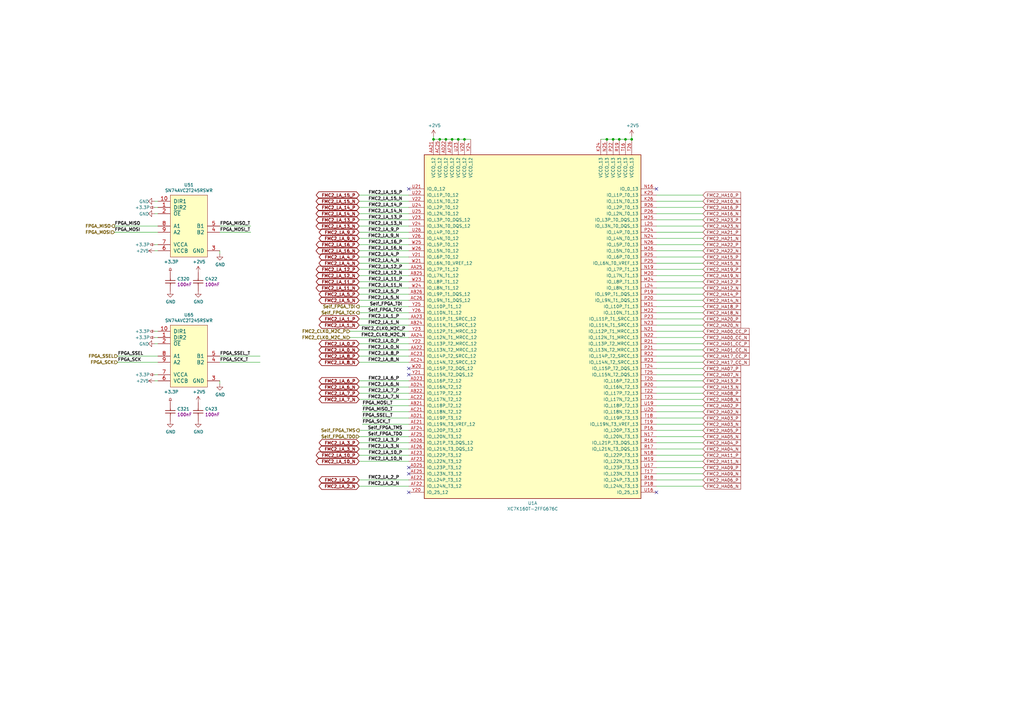
<source format=kicad_sch>
(kicad_sch (version 20211123) (generator eeschema)
  (paper "A3")
  (title_block (title "Marble") (date "2022-08-24") (rev "v1.3") (company "Michał Gąska / WUT"))
  (junction (at 190.5 57.15))
  (junction (at 180.34 57.15))
  (junction (at 259.08 57.15))
  (junction (at 248.92 57.15))
  (junction (at 256.54 57.15))
  (junction (at 185.42 57.15))
  (junction (at 251.46 57.15))
  (junction (at 182.88 57.15))
  (junction (at 254 57.15))
  (junction (at 187.96 57.15))
  (junction (at 177.8 57.15))
  (no_connect (at 269.24 77.47))
  (no_connect (at 167.64 151.13))
  (no_connect (at 167.64 191.77))
  (no_connect (at 167.64 201.93))
  (no_connect (at 269.24 201.93))
  (no_connect (at 167.64 153.67))
  (no_connect (at 167.64 194.31))
  (no_connect (at 167.64 77.47))
  (wire (pts (xy 288.29 125.73) (xy 269.24 125.73)))
  (wire (pts (xy 288.29 146.05) (xy 269.24 146.05)))
  (wire (pts (xy 148.59 171.45) (xy 167.64 171.45)))
  (wire (pts (xy 288.29 191.77) (xy 269.24 191.77)))
  (wire (pts (xy 102.87 92.71) (xy 90.17 92.71)))
  (wire (pts (xy 288.29 90.17) (xy 269.24 90.17)))
  (wire (pts (xy 288.29 97.79) (xy 269.24 97.79)))
  (wire (pts (xy 147.32 102.87) (xy 167.64 102.87)))
  (wire (pts (xy 147.32 184.15) (xy 167.64 184.15)))
  (wire (pts (xy 63.5 85.09) (xy 64.77 85.09)))
  (wire (pts (xy 147.32 148.59) (xy 167.64 148.59)))
  (wire (pts (xy 288.29 113.03) (xy 269.24 113.03)))
  (wire (pts (xy 147.32 128.27) (xy 167.64 128.27)))
  (wire (pts (xy 63.5 102.87) (xy 64.77 102.87)))
  (wire (pts (xy 147.32 110.49) (xy 167.64 110.49)))
  (wire (pts (xy 193.04 57.15) (xy 190.5 57.15)))
  (wire (pts (xy 288.29 186.69) (xy 269.24 186.69)))
  (wire (pts (xy 147.32 179.07) (xy 167.64 179.07)))
  (wire (pts (xy 288.29 107.95) (xy 269.24 107.95)))
  (wire (pts (xy 147.32 120.65) (xy 167.64 120.65)))
  (wire (pts (xy 182.88 57.15) (xy 180.34 57.15)))
  (wire (pts (xy 185.42 57.15) (xy 182.88 57.15)))
  (wire (pts (xy 288.29 179.07) (xy 269.24 179.07)))
  (wire (pts (xy 180.34 57.15) (xy 177.8 57.15)))
  (wire (pts (xy 147.32 156.21) (xy 167.64 156.21)))
  (wire (pts (xy 259.08 57.15) (xy 259.08 55.88)))
  (wire (pts (xy 288.29 196.85) (xy 269.24 196.85)))
  (wire (pts (xy 147.32 80.01) (xy 167.64 80.01)))
  (wire (pts (xy 288.29 199.39) (xy 269.24 199.39)))
  (wire (pts (xy 147.32 125.73) (xy 167.64 125.73)))
  (wire (pts (xy 147.32 107.95) (xy 167.64 107.95)))
  (wire (pts (xy 288.29 143.51) (xy 269.24 143.51)))
  (wire (pts (xy 63.5 156.21) (xy 64.77 156.21)))
  (wire (pts (xy 256.54 57.15) (xy 259.08 57.15)))
  (wire (pts (xy 147.32 87.63) (xy 167.64 87.63)))
  (wire (pts (xy 288.29 158.75) (xy 269.24 158.75)))
  (wire (pts (xy 147.32 181.61) (xy 167.64 181.61)))
  (wire (pts (xy 63.5 100.33) (xy 64.77 100.33)))
  (wire (pts (xy 288.29 80.01) (xy 269.24 80.01)))
  (wire (pts (xy 251.46 57.15) (xy 254 57.15)))
  (wire (pts (xy 190.5 57.15) (xy 187.96 57.15)))
  (wire (pts (xy 288.29 173.99) (xy 269.24 173.99)))
  (wire (pts (xy 288.29 148.59) (xy 269.24 148.59)))
  (wire (pts (xy 147.32 143.51) (xy 167.64 143.51)))
  (wire (pts (xy 288.29 184.15) (xy 269.24 184.15)))
  (wire (pts (xy 288.29 171.45) (xy 269.24 171.45)))
  (wire (pts (xy 288.29 168.91) (xy 269.24 168.91)))
  (wire (pts (xy 177.8 57.15) (xy 177.8 55.88)))
  (wire (pts (xy 167.64 138.43) (xy 143.51 138.43)))
  (wire (pts (xy 288.29 85.09) (xy 269.24 85.09)))
  (wire (pts (xy 288.29 194.31) (xy 269.24 194.31)))
  (wire (pts (xy 48.26 146.05) (xy 64.77 146.05)))
  (wire (pts (xy 288.29 153.67) (xy 269.24 153.67)))
  (wire (pts (xy 246.38 57.15) (xy 248.92 57.15)))
  (wire (pts (xy 288.29 105.41) (xy 269.24 105.41)))
  (wire (pts (xy 64.77 82.55) (xy 63.5 82.55)))
  (wire (pts (xy 147.32 100.33) (xy 167.64 100.33)))
  (wire (pts (xy 288.29 189.23) (xy 269.24 189.23)))
  (wire (pts (xy 288.29 176.53) (xy 269.24 176.53)))
  (wire (pts (xy 147.32 130.81) (xy 167.64 130.81)))
  (wire (pts (xy 147.32 118.11) (xy 167.64 118.11)))
  (wire (pts (xy 288.29 82.55) (xy 269.24 82.55)))
  (wire (pts (xy 148.59 168.91) (xy 167.64 168.91)))
  (wire (pts (xy 148.59 173.99) (xy 167.64 173.99)))
  (wire (pts (xy 46.99 92.71) (xy 64.77 92.71)))
  (wire (pts (xy 147.32 85.09) (xy 167.64 85.09)))
  (wire (pts (xy 90.17 102.87) (xy 90.17 104.14)))
  (wire (pts (xy 288.29 115.57) (xy 269.24 115.57)))
  (wire (pts (xy 288.29 102.87) (xy 269.24 102.87)))
  (wire (pts (xy 288.29 95.25) (xy 269.24 95.25)))
  (wire (pts (xy 288.29 133.35) (xy 269.24 133.35)))
  (wire (pts (xy 147.32 146.05) (xy 167.64 146.05)))
  (wire (pts (xy 147.32 196.85) (xy 167.64 196.85)))
  (wire (pts (xy 90.17 148.59) (xy 106.68 148.59)))
  (wire (pts (xy 147.32 189.23) (xy 167.64 189.23)))
  (wire (pts (xy 147.32 140.97) (xy 167.64 140.97)))
  (wire (pts (xy 90.17 146.05) (xy 106.68 146.05)))
  (wire (pts (xy 147.32 115.57) (xy 167.64 115.57)))
  (wire (pts (xy 148.59 166.37) (xy 167.64 166.37)))
  (wire (pts (xy 147.32 92.71) (xy 167.64 92.71)))
  (wire (pts (xy 288.29 92.71) (xy 269.24 92.71)))
  (wire (pts (xy 147.32 199.39) (xy 167.64 199.39)))
  (wire (pts (xy 63.5 140.97) (xy 64.77 140.97)))
  (wire (pts (xy 288.29 138.43) (xy 269.24 138.43)))
  (wire (pts (xy 48.26 148.59) (xy 64.77 148.59)))
  (wire (pts (xy 288.29 151.13) (xy 269.24 151.13)))
  (wire (pts (xy 147.32 113.03) (xy 167.64 113.03)))
  (wire (pts (xy 147.32 133.35) (xy 167.64 133.35)))
  (wire (pts (xy 248.92 57.15) (xy 251.46 57.15)))
  (wire (pts (xy 288.29 161.29) (xy 269.24 161.29)))
  (wire (pts (xy 288.29 128.27) (xy 269.24 128.27)))
  (wire (pts (xy 147.32 186.69) (xy 167.64 186.69)))
  (wire (pts (xy 288.29 100.33) (xy 269.24 100.33)))
  (wire (pts (xy 288.29 123.19) (xy 269.24 123.19)))
  (wire (pts (xy 63.5 138.43) (xy 64.77 138.43)))
  (wire (pts (xy 147.32 163.83) (xy 167.64 163.83)))
  (wire (pts (xy 147.32 176.53) (xy 167.64 176.53)))
  (wire (pts (xy 147.32 161.29) (xy 167.64 161.29)))
  (wire (pts (xy 288.29 130.81) (xy 269.24 130.81)))
  (wire (pts (xy 63.5 153.67) (xy 64.77 153.67)))
  (wire (pts (xy 254 57.15) (xy 256.54 57.15)))
  (wire (pts (xy 288.29 120.65) (xy 269.24 120.65)))
  (wire (pts (xy 187.96 57.15) (xy 185.42 57.15)))
  (wire (pts (xy 147.32 90.17) (xy 167.64 90.17)))
  (wire (pts (xy 147.32 123.19) (xy 167.64 123.19)))
  (wire (pts (xy 90.17 156.21) (xy 90.17 157.48)))
  (wire (pts (xy 147.32 95.25) (xy 167.64 95.25)))
  (wire (pts (xy 288.29 163.83) (xy 269.24 163.83)))
  (wire (pts (xy 288.29 118.11) (xy 269.24 118.11)))
  (wire (pts (xy 46.99 95.25) (xy 64.77 95.25)))
  (wire (pts (xy 63.5 87.63) (xy 64.77 87.63)))
  (wire (pts (xy 288.29 140.97) (xy 269.24 140.97)))
  (wire (pts (xy 64.77 135.89) (xy 63.5 135.89)))
  (wire (pts (xy 288.29 87.63) (xy 269.24 87.63)))
  (wire (pts (xy 167.64 135.89) (xy 143.51 135.89)))
  (wire (pts (xy 147.32 158.75) (xy 167.64 158.75)))
  (wire (pts (xy 147.32 97.79) (xy 167.64 97.79)))
  (wire (pts (xy 102.87 95.25) (xy 90.17 95.25)))
  (wire (pts (xy 147.32 105.41) (xy 167.64 105.41)))
  (wire (pts (xy 288.29 181.61) (xy 269.24 181.61)))
  (wire (pts (xy 288.29 110.49) (xy 269.24 110.49)))
  (wire (pts (xy 288.29 135.89) (xy 269.24 135.89)))
  (wire (pts (xy 147.32 82.55) (xy 167.64 82.55)))
  (wire (pts (xy 288.29 166.37) (xy 269.24 166.37)))
  (wire (pts (xy 288.29 156.21) (xy 269.24 156.21)))
  (label "Self_FPGA_TMS" (at 165.1 176.53 180) (effects (font (thickness 0.254) bold)))
  (label "FMC2_LA_4_N" (at 163.83 107.95 180) (effects (font (thickness 0.254) bold)))
  (label "FMC2_LA_6_P" (at 163.83 156.21 180) (effects (font (thickness 0.254) bold)))
  (label "FMC2_LA_12_P" (at 165.1 110.49 180) (effects (font (thickness 0.254) bold)))
  (label "FMC2_LA_2_P" (at 163.83 196.85 180) (effects (font (thickness 0.254) bold)))
  (label "FPGA_MOSI_T" (at 148.59 166.37 0) (effects (font (thickness 0.254) bold)))
  (label "FMC2_LA_7_P" (at 163.83 161.29 180) (effects (font (thickness 0.254) bold)))
  (label "FMC2_LA_9_N" (at 163.83 97.79 180) (effects (font (thickness 0.254) bold)))
  (label "FMC2_LA_9_P" (at 163.83 95.25 180) (effects (font (thickness 0.254) bold)))
  (label "FMC2_LA_0_P" (at 163.83 140.97 180) (effects (font (thickness 0.254) bold)))
  (label "FMC2_LA_1_P" (at 163.83 130.81 180) (effects (font (thickness 0.254) bold)))
  (label "FMC2_LA_13_P" (at 165.1 90.17 180) (effects (font (thickness 0.254) bold)))
  (label "FPGA_SCK" (at 48.26 148.59 0) (effects (font (thickness 0.254) bold)))
  (label "FMC2_LA_8_P" (at 163.83 146.05 180) (effects (font (thickness 0.254) bold)))
  (label "FPGA_MOSI_T" (at 90.17 95.25 0) (effects (font (thickness 0.254) bold)))
  (label "FMC2_LA_5_N" (at 163.83 123.19 180) (effects (font (thickness 0.254) bold)))
  (label "FMC2_CLK0_M2C_P" (at 166.37 135.89 180) (effects (font (thickness 0.254) bold)))
  (label "FPGA_MISO_T" (at 148.59 168.91 0) (effects (font (thickness 0.254) bold)))
  (label "FMC2_LA_14_P" (at 165.1 85.09 180) (effects (font (thickness 0.254) bold)))
  (label "FMC2_LA_10_N" (at 165.1 189.23 180) (effects (font (thickness 0.254) bold)))
  (label "FMC2_LA_7_N" (at 163.83 163.83 180) (effects (font (thickness 0.254) bold)))
  (label "FMC2_LA_8_N" (at 163.83 148.59 180) (effects (font (thickness 0.254) bold)))
  (label "FPGA_SCK_T" (at 90.17 148.59 0) (effects (font (thickness 0.254) bold)))
  (label "FMC2_LA_3_P" (at 163.83 181.61 180) (effects (font (thickness 0.254) bold)))
  (label "Self_FPGA_TCK" (at 165.1 128.27 180) (effects (font (thickness 0.254) bold)))
  (label "FMC2_LA_4_P" (at 163.83 105.41 180) (effects (font (thickness 0.254) bold)))
  (label "FPGA_MOSI" (at 46.99 95.25 0) (effects (font (thickness 0.254) bold)))
  (label "FMC2_LA_15_P" (at 165.1 80.01 180) (effects (font (thickness 0.254) bold)))
  (label "Self_FPGA_TDO" (at 165.1 179.07 180) (effects (font (thickness 0.254) bold)))
  (label "FMC2_LA_1_N" (at 163.83 133.35 180) (effects (font (thickness 0.254) bold)))
  (label "FPGA_MISO" (at 46.99 92.71 0) (effects (font (thickness 0.254) bold)))
  (label "FMC2_LA_2_N" (at 163.83 199.39 180) (effects (font (thickness 0.254) bold)))
  (label "FPGA_SSEL_T" (at 90.17 146.05 0) (effects (font (thickness 0.254) bold)))
  (label "FMC2_LA_10_P" (at 165.1 186.69 180) (effects (font (thickness 0.254) bold)))
  (label "FMC2_CLK0_M2C_N" (at 166.37 138.43 180) (effects (font (thickness 0.254) bold)))
  (label "FMC2_LA_3_N" (at 163.83 184.15 180) (effects (font (thickness 0.254) bold)))
  (label "FMC2_LA_11_P" (at 165.1 115.57 180) (effects (font (thickness 0.254) bold)))
  (label "FMC2_LA_15_N" (at 165.1 82.55 180) (effects (font (thickness 0.254) bold)))
  (label "FMC2_LA_5_P" (at 163.83 120.65 180) (effects (font (thickness 0.254) bold)))
  (label "FMC2_LA_16_N" (at 165.1 102.87 180) (effects (font (thickness 0.254) bold)))
  (label "FMC2_LA_6_N" (at 163.83 158.75 180) (effects (font (thickness 0.254) bold)))
  (label "FMC2_LA_14_N" (at 165.1 87.63 180) (effects (font (thickness 0.254) bold)))
  (label "Self_FPGA_TDI" (at 165.1 125.73 180) (effects (font (thickness 0.254) bold)))
  (label "FMC2_LA_16_P" (at 165.1 100.33 180) (effects (font (thickness 0.254) bold)))
  (label "FMC2_LA_12_N" (at 165.1 113.03 180) (effects (font (thickness 0.254) bold)))
  (label "FMC2_LA_13_N" (at 165.1 92.71 180) (effects (font (thickness 0.254) bold)))
  (label "FPGA_SSEL_T" (at 148.59 171.45 0) (effects (font (thickness 0.254) bold)))
  (label "FPGA_SCK_T" (at 148.59 173.99 0) (effects (font (thickness 0.254) bold)))
  (label "FPGA_SSEL" (at 48.26 146.05 0) (effects (font (thickness 0.254) bold)))
  (label "FMC2_LA_0_N" (at 163.83 143.51 180) (effects (font (thickness 0.254) bold)))
  (label "FPGA_MISO_T" (at 90.17 92.71 0) (effects (font (thickness 0.254) bold)))
  (label "FMC2_LA_11_N" (at 165.1 118.11 180) (effects (font (thickness 0.254) bold)))
  (global_label "FMC2_LA_5_P" (shape bidirectional) (at 147.32 120.65 180) (effects (font (thickness 0.254) bold)) (property "Intersheet References" "${INTERSHEET_REFS}" (effects hide)))
  (global_label "FMC2_LA_1_P" (shape bidirectional) (at 147.32 130.81 180) (effects (font (thickness 0.254) bold)) (property "Intersheet References" "${INTERSHEET_REFS}" (effects hide)))
  (global_label "FMC2_HA14_P" (shape input) (at 288.29 120.65 0) (property "Intersheet References" "${INTERSHEET_REFS}" (effects hide)))
  (global_label "FMC2_LA_7_N" (shape bidirectional) (at 147.32 163.83 180) (effects (font (thickness 0.254) bold)) (property "Intersheet References" "${INTERSHEET_REFS}" (effects hide)))
  (global_label "FMC2_LA_15_P" (shape bidirectional) (at 147.32 80.01 180) (effects (font (thickness 0.254) bold)) (property "Intersheet References" "${INTERSHEET_REFS}" (effects hide)))
  (global_label "FMC2_HA07_P" (shape input) (at 288.29 151.13 0) (property "Intersheet References" "${INTERSHEET_REFS}" (effects hide)))
  (global_label "FMC2_HA16_N" (shape input) (at 288.29 87.63 0) (property "Intersheet References" "${INTERSHEET_REFS}" (effects hide)))
  (global_label "FMC2_HA00_CC_P" (shape input) (at 288.29 135.89 0) (property "Intersheet References" "${INTERSHEET_REFS}" (effects hide)))
  (global_label "FMC2_HA10_P" (shape input) (at 288.29 80.01 0) (property "Intersheet References" "${INTERSHEET_REFS}" (effects hide)))
  (global_label "FMC2_LA_13_P" (shape bidirectional) (at 147.32 90.17 180) (effects (font (thickness 0.254) bold)) (property "Intersheet References" "${INTERSHEET_REFS}" (effects hide)))
  (global_label "FMC2_HA11_N" (shape input) (at 288.29 189.23 0) (property "Intersheet References" "${INTERSHEET_REFS}" (effects hide)))
  (global_label "FMC2_HA23_P" (shape input) (at 288.29 90.17 0) (property "Intersheet References" "${INTERSHEET_REFS}" (effects hide)))
  (global_label "FMC2_LA_6_N" (shape bidirectional) (at 147.32 158.75 180) (effects (font (thickness 0.254) bold)) (property "Intersheet References" "${INTERSHEET_REFS}" (effects hide)))
  (global_label "FMC2_LA_16_N" (shape bidirectional) (at 147.32 102.87 180) (effects (font (thickness 0.254) bold)) (property "Intersheet References" "${INTERSHEET_REFS}" (effects hide)))
  (global_label "FMC2_LA_16_P" (shape bidirectional) (at 147.32 100.33 180) (effects (font (thickness 0.254) bold)) (property "Intersheet References" "${INTERSHEET_REFS}" (effects hide)))
  (global_label "FMC2_HA01_CC_P" (shape input) (at 288.29 140.97 0) (property "Intersheet References" "${INTERSHEET_REFS}" (effects hide)))
  (global_label "FMC2_HA19_P" (shape input) (at 288.29 110.49 0) (property "Intersheet References" "${INTERSHEET_REFS}" (effects hide)))
  (global_label "FMC2_HA13_P" (shape input) (at 288.29 156.21 0) (property "Intersheet References" "${INTERSHEET_REFS}" (effects hide)))
  (global_label "FMC2_HA11_P" (shape input) (at 288.29 186.69 0) (property "Intersheet References" "${INTERSHEET_REFS}" (effects hide)))
  (global_label "FMC2_LA_5_N" (shape bidirectional) (at 147.32 123.19 180) (effects (font (thickness 0.254) bold)) (property "Intersheet References" "${INTERSHEET_REFS}" (effects hide)))
  (global_label "FMC2_HA14_N" (shape input) (at 288.29 123.19 0) (property "Intersheet References" "${INTERSHEET_REFS}" (effects hide)))
  (global_label "FMC2_LA_12_N" (shape bidirectional) (at 147.32 113.03 180) (effects (font (thickness 0.254) bold)) (property "Intersheet References" "${INTERSHEET_REFS}" (effects hide)))
  (global_label "FMC2_HA18_P" (shape input) (at 288.29 125.73 0) (property "Intersheet References" "${INTERSHEET_REFS}" (effects hide)))
  (global_label "FMC2_HA00_CC_N" (shape input) (at 288.29 138.43 0) (property "Intersheet References" "${INTERSHEET_REFS}" (effects hide)))
  (global_label "FMC2_HA20_N" (shape input) (at 288.29 133.35 0) (property "Intersheet References" "${INTERSHEET_REFS}" (effects hide)))
  (global_label "FMC2_LA_7_P" (shape bidirectional) (at 147.32 161.29 180) (effects (font (thickness 0.254) bold)) (property "Intersheet References" "${INTERSHEET_REFS}" (effects hide)))
  (global_label "FMC2_HA18_N" (shape input) (at 288.29 128.27 0) (property "Intersheet References" "${INTERSHEET_REFS}" (effects hide)))
  (global_label "FMC2_LA_2_N" (shape bidirectional) (at 147.32 199.39 180) (effects (font (thickness 0.254) bold)) (property "Intersheet References" "${INTERSHEET_REFS}" (effects hide)))
  (global_label "FMC2_LA_4_N" (shape bidirectional) (at 147.32 107.95 180) (effects (font (thickness 0.254) bold)) (property "Intersheet References" "${INTERSHEET_REFS}" (effects hide)))
  (global_label "FMC2_LA_0_P" (shape bidirectional) (at 147.32 140.97 180) (effects (font (thickness 0.254) bold)) (property "Intersheet References" "${INTERSHEET_REFS}" (effects hide)))
  (global_label "FMC2_LA_10_N" (shape bidirectional) (at 147.32 189.23 180) (effects (font (thickness 0.254) bold)) (property "Intersheet References" "${INTERSHEET_REFS}" (effects hide)))
  (global_label "FMC2_HA10_N" (shape input) (at 288.29 82.55 0) (property "Intersheet References" "${INTERSHEET_REFS}" (effects hide)))
  (global_label "FMC2_HA20_P" (shape input) (at 288.29 130.81 0) (property "Intersheet References" "${INTERSHEET_REFS}" (effects hide)))
  (global_label "FMC2_LA_15_N" (shape bidirectional) (at 147.32 82.55 180) (effects (font (thickness 0.254) bold)) (property "Intersheet References" "${INTERSHEET_REFS}" (effects hide)))
  (global_label "FMC2_HA15_N" (shape input) (at 288.29 107.95 0) (property "Intersheet References" "${INTERSHEET_REFS}" (effects hide)))
  (global_label "FMC2_LA_8_P" (shape bidirectional) (at 147.32 146.05 180) (effects (font (thickness 0.254) bold)) (property "Intersheet References" "${INTERSHEET_REFS}" (effects hide)))
  (global_label "FMC2_LA_2_P" (shape bidirectional) (at 147.32 196.85 180) (effects (font (thickness 0.254) bold)) (property "Intersheet References" "${INTERSHEET_REFS}" (effects hide)))
  (global_label "FMC2_HA17_CC_N" (shape input) (at 288.29 148.59 0) (property "Intersheet References" "${INTERSHEET_REFS}" (effects hide)))
  (global_label "FMC2_HA07_N" (shape input) (at 288.29 153.67 0) (property "Intersheet References" "${INTERSHEET_REFS}" (effects hide)))
  (global_label "FMC2_LA_3_P" (shape bidirectional) (at 147.32 181.61 180) (effects (font (thickness 0.254) bold)) (property "Intersheet References" "${INTERSHEET_REFS}" (effects hide)))
  (global_label "FMC2_HA15_P" (shape input) (at 288.29 105.41 0) (property "Intersheet References" "${INTERSHEET_REFS}" (effects hide)))
  (global_label "FMC2_HA02_N" (shape input) (at 288.29 168.91 0) (property "Intersheet References" "${INTERSHEET_REFS}" (effects hide)))
  (global_label "FMC2_HA21_N" (shape input) (at 288.29 97.79 0) (property "Intersheet References" "${INTERSHEET_REFS}" (effects hide)))
  (global_label "FMC2_HA09_P" (shape input) (at 288.29 191.77 0) (property "Intersheet References" "${INTERSHEET_REFS}" (effects hide)))
  (global_label "FMC2_LA_9_N" (shape bidirectional) (at 147.32 97.79 180) (effects (font (thickness 0.254) bold)) (property "Intersheet References" "${INTERSHEET_REFS}" (effects hide)))
  (global_label "FMC2_LA_8_N" (shape bidirectional) (at 147.32 148.59 180) (effects (font (thickness 0.254) bold)) (property "Intersheet References" "${INTERSHEET_REFS}" (effects hide)))
  (global_label "FMC2_HA04_N" (shape input) (at 288.29 184.15 0) (property "Intersheet References" "${INTERSHEET_REFS}" (effects hide)))
  (global_label "FMC2_LA_14_N" (shape bidirectional) (at 147.32 87.63 180) (effects (font (thickness 0.254) bold)) (property "Intersheet References" "${INTERSHEET_REFS}" (effects hide)))
  (global_label "FMC2_HA06_P" (shape input) (at 288.29 196.85 0) (property "Intersheet References" "${INTERSHEET_REFS}" (effects hide)))
  (global_label "FMC2_LA_11_P" (shape bidirectional) (at 147.32 115.57 180) (effects (font (thickness 0.254) bold)) (property "Intersheet References" "${INTERSHEET_REFS}" (effects hide)))
  (global_label "FMC2_HA08_N" (shape input) (at 288.29 163.83 0) (property "Intersheet References" "${INTERSHEET_REFS}" (effects hide)))
  (global_label "FMC2_HA08_P" (shape input) (at 288.29 161.29 0) (property "Intersheet References" "${INTERSHEET_REFS}" (effects hide)))
  (global_label "FMC2_HA01_CC_N" (shape input) (at 288.29 143.51 0) (property "Intersheet References" "${INTERSHEET_REFS}" (effects hide)))
  (global_label "FMC2_HA23_N" (shape input) (at 288.29 92.71 0) (property "Intersheet References" "${INTERSHEET_REFS}" (effects hide)))
  (global_label "FMC2_LA_12_P" (shape bidirectional) (at 147.32 110.49 180) (effects (font (thickness 0.254) bold)) (property "Intersheet References" "${INTERSHEET_REFS}" (effects hide)))
  (global_label "FMC2_HA12_P" (shape input) (at 288.29 115.57 0) (property "Intersheet References" "${INTERSHEET_REFS}" (effects hide)))
  (global_label "FMC2_HA09_N" (shape input) (at 288.29 194.31 0) (property "Intersheet References" "${INTERSHEET_REFS}" (effects hide)))
  (global_label "FMC2_HA16_P" (shape input) (at 288.29 85.09 0) (property "Intersheet References" "${INTERSHEET_REFS}" (effects hide)))
  (global_label "FMC2_HA12_N" (shape input) (at 288.29 118.11 0) (property "Intersheet References" "${INTERSHEET_REFS}" (effects hide)))
  (global_label "FMC2_HA21_P" (shape input) (at 288.29 95.25 0) (property "Intersheet References" "${INTERSHEET_REFS}" (effects hide)))
  (global_label "FMC2_LA_1_N" (shape bidirectional) (at 147.32 133.35 180) (effects (font (thickness 0.254) bold)) (property "Intersheet References" "${INTERSHEET_REFS}" (effects hide)))
  (global_label "FMC2_LA_11_N" (shape bidirectional) (at 147.32 118.11 180) (effects (font (thickness 0.254) bold)) (property "Intersheet References" "${INTERSHEET_REFS}" (effects hide)))
  (global_label "FMC2_HA22_P" (shape input) (at 288.29 100.33 0) (property "Intersheet References" "${INTERSHEET_REFS}" (effects hide)))
  (global_label "FMC2_HA04_P" (shape input) (at 288.29 181.61 0) (property "Intersheet References" "${INTERSHEET_REFS}" (effects hide)))
  (global_label "FMC2_HA17_CC_P" (shape input) (at 288.29 146.05 0) (property "Intersheet References" "${INTERSHEET_REFS}" (effects hide)))
  (global_label "FMC2_HA05_N" (shape input) (at 288.29 179.07 0) (property "Intersheet References" "${INTERSHEET_REFS}" (effects hide)))
  (global_label "FMC2_HA13_N" (shape input) (at 288.29 158.75 0) (property "Intersheet References" "${INTERSHEET_REFS}" (effects hide)))
  (global_label "FMC2_LA_4_P" (shape bidirectional) (at 147.32 105.41 180) (effects (font (thickness 0.254) bold)) (property "Intersheet References" "${INTERSHEET_REFS}" (effects hide)))
  (global_label "FMC2_HA06_N" (shape input) (at 288.29 199.39 0) (property "Intersheet References" "${INTERSHEET_REFS}" (effects hide)))
  (global_label "FMC2_HA05_P" (shape input) (at 288.29 176.53 0) (property "Intersheet References" "${INTERSHEET_REFS}" (effects hide)))
  (global_label "FMC2_LA_14_P" (shape bidirectional) (at 147.32 85.09 180) (effects (font (thickness 0.254) bold)) (property "Intersheet References" "${INTERSHEET_REFS}" (effects hide)))
  (global_label "FMC2_HA03_N" (shape input) (at 288.29 173.99 0) (property "Intersheet References" "${INTERSHEET_REFS}" (effects hide)))
  (global_label "FMC2_HA02_P" (shape input) (at 288.29 166.37 0) (property "Intersheet References" "${INTERSHEET_REFS}" (effects hide)))
  (global_label "FMC2_HA19_N" (shape input) (at 288.29 113.03 0) (property "Intersheet References" "${INTERSHEET_REFS}" (effects hide)))
  (global_label "FMC2_HA22_N" (shape input) (at 288.29 102.87 0) (property "Intersheet References" "${INTERSHEET_REFS}" (effects hide)))
  (global_label "FMC2_LA_9_P" (shape bidirectional) (at 147.32 95.25 180) (effects (font (thickness 0.254) bold)) (property "Intersheet References" "${INTERSHEET_REFS}" (effects hide)))
  (global_label "FMC2_LA_3_N" (shape bidirectional) (at 147.32 184.15 180) (effects (font (thickness 0.254) bold)) (property "Intersheet References" "${INTERSHEET_REFS}" (effects hide)))
  (global_label "FMC2_LA_6_P" (shape bidirectional) (at 147.32 156.21 180) (effects (font (thickness 0.254) bold)) (property "Intersheet References" "${INTERSHEET_REFS}" (effects hide)))
  (global_label "FMC2_LA_13_N" (shape bidirectional) (at 147.32 92.71 180) (effects (font (thickness 0.254) bold)) (property "Intersheet References" "${INTERSHEET_REFS}" (effects hide)))
  (global_label "FMC2_HA03_P" (shape input) (at 288.29 171.45 0) (property "Intersheet References" "${INTERSHEET_REFS}" (effects hide)))
  (global_label "FMC2_LA_0_N" (shape bidirectional) (at 147.32 143.51 180) (effects (font (thickness 0.254) bold)) (property "Intersheet References" "${INTERSHEET_REFS}" (effects hide)))
  (global_label "FMC2_LA_10_P" (shape bidirectional) (at 147.32 186.69 180) (effects (font (thickness 0.254) bold)) (property "Intersheet References" "${INTERSHEET_REFS}" (effects hide)))
  (hierarchical_label "Self_FPGA_TDO" (shape input) (at 147.32 179.07 180) (effects (font (thickness 0.254) bold)))
  (hierarchical_label "FMC2_CLK0_M2C_P" (shape input) (at 143.51 135.89 180) (effects (font (thickness 0.254) bold)))
  (hierarchical_label "Self_FPGA_TMS" (shape output) (at 147.32 176.53 180) (effects (font (thickness 0.254) bold)))
  (hierarchical_label "Self_FPGA_TCK" (shape output) (at 147.32 128.27 180) (effects (font (thickness 0.254) bold)))
  (hierarchical_label "FMC2_CLK0_M2C_N" (shape input) (at 143.51 138.43 180) (effects (font (thickness 0.254) bold)))
  (hierarchical_label "FPGA_MOSI" (shape input) (at 46.99 95.25 180) (effects (font (thickness 0.254) bold)))
  (hierarchical_label "FPGA_SSEL" (shape input) (at 48.26 146.05 180) (effects (font (thickness 0.254) bold)))
  (hierarchical_label "FPGA_MISO" (shape output) (at 46.99 92.71 180) (effects (font (thickness 0.254) bold)))
  (hierarchical_label "Self_FPGA_TDI" (shape output) (at 147.32 125.73 180) (effects (font (thickness 0.254) bold)))
  (hierarchical_label "FPGA_SCK" (shape input) (at 48.26 148.59 180) (effects (font (thickness 0.254) bold)))
  (symbol (lib_id "power:+2V5") (at 259.08 55.88 0) (unit 1)
    (property "Reference" "#PWR0675" (effects hide))
    (property "Value" "+2V5" (at 259.461 51.4858 0))
  )
  (symbol (lib_id "power:+2V5") (at 177.8 55.88 0) (unit 1)
    (property "Reference" "#PWR0676" (effects hide))
    (property "Value" "+2V5" (at 178.181 51.4858 0))
  )
  (symbol (lib_id "marble_misc:XC7K160T-FFG676") (at 218.44 130.81 0) (unit 1)
    (property "Reference" "U1" (at 218.44 206.375 0))
    (property "Value" "XC7K160T-2FFG676C" (at 218.44 208.6864 0))
    (property "Footprint" "ICs And Semiconductors SMD_BGA:BGA676C100P26X26_2700X2700X260" (effects hide))
    (property "Manufacturer" "XILINX" (effects hide))
    (property "Manufacturer Part Number" "XC7K160T-2FFG676I" (effects hide))
  )
  (symbol (lib_id "power:+2V5") (at 63.5 102.87 90) (unit 1)
    (property "Reference" "#PWR0793" (effects hide))
    (property "Value" "+2V5" (at 58.42 102.87 90))
  )
  (symbol (lib_id "power:+2V5") (at 81.28 111.76 0) (unit 1)
    (property "Reference" "#PWR0872" (effects hide))
    (property "Value" "+2V5" (at 81.661 107.3658 0))
  )
  (symbol (lib_id "power:GND") (at 90.17 104.14 0) (unit 1)
    (property "Reference" "#PWR0876" (effects hide))
    (property "Value" "GND" (at 90.297 108.5342 0))
  )
  (symbol (lib_id "power:GND") (at 63.5 82.55 270) (unit 1)
    (property "Reference" "#PWR0789" (effects hide))
    (property "Value" "GND" (at 59.1058 82.677 90))
  )
  (symbol (lib_id "power:GND") (at 63.5 87.63 270) (unit 1)
    (property "Reference" "#PWR0791" (effects hide))
    (property "Value" "GND" (at 59.1058 87.757 90))
  )
  (symbol (lib_id "Standard_Logic:SN74AVC2T245RSWR") (at 69.85 80.01 0) (unit 1)
    (property "Reference" "U51" (at 77.47 75.819 0))
    (property "Value" "SN74AVC2T245RSWR" (at 77.47 78.1304 0))
    (property "Footprint" "ICs And Semiconductors SMD:QFN40P140X180X55-10N" (effects hide))
    (property "Part Number" "SN74AVC2T245RSWR" (effects hide))
    (property "Library Ref" "742T245" (effects hide))
    (property "Library Path" "SchLib\\Standard Logic.SchLib" (effects hide))
    (property "Comment" "=Device" (effects hide))
    (property "Component Kind" "Standard" (effects hide))
    (property "Component Type" "Standard" (effects hide))
    (property "Device" "SN74AVC2T245RSWR" (effects hide))
    (property "PackageDescription" "QFN, 0.40mm Pitch, Rect.;10 Pin, 1.80mm L X 1.40mm W X 0.55mm H Body, IPC Medium Density" (effects hide))
    (property "Status" "Not Recommended" (effects hide))
    (property "Part Description" "Dual-Bit Dual-Supply Bus Transceiver With Configurable Voltage Translation and 3-State Outputs" (effects hide))
    (property "Manufacturer" "TEXAS INSTRUMENTS" (effects hide))
    (property "Manufacturer Part Number" "SN74AVC2T245RSWR" (effects hide))
    (property "Pin Count" "10" (effects hide))
    (property "Case" "QFN10" (effects hide))
    (property "Mounted" "Yes" (effects hide))
    (property "Socket" "No" (effects hide))
    (property "SMD" "Yes" (effects hide))
    (property "PressFit" "No" (effects hide))
    (property "Sense" "No" (effects hide))
    (property "Sense Comment" " " (effects hide))
    (property "Bonding" "No" (effects hide))
    (property "Status Comment" " " (effects hide))
    (property "ComponentHeight" "0.55mm" (effects hide))
    (property "Footprint Path" "PcbLib\\ICs And Semiconductors SMD.PcbLib" (effects hide))
    (property "Footprint Ref" "QFN40P140X180X55-10N" (effects hide))
    (property "Author" "CERN DEM JLC" (effects hide))
    (property "ComponentLink1Description" " " (effects hide))
    (property "ComponentLink2Description" " " (effects hide))
    (property "CreateDate" "07/07/14 00:00:00" (effects hide))
    (property "LatestRevisionDate" "03/30/17 00:00:00" (effects hide))
    (property "Library Name" "ICs And Semiconductors SMD" (effects hide))
    (property "License" "This work is licensed under the Creative Commons CC-BY-SA 4.0 License. To the extent that circuit schematics that use Licensed Material can be considered to be ‘Adapted Material’, then the copyright holder waives article 3.b of the license with respect to these schematics." (effects hide))
  )
  (symbol (lib_id "Capacitors_SMD:CC0201_100NF_6.3V_10%_X5R") (at 69.85 111.76 270) (unit 1)
    (property "Reference" "C320" (at 72.644 114.4016 90) (effects (justify left)))
    (property "Value" "CC0201_100NF_6.3V_10%_X5R" (effects hide))
    (property "Footprint" "CAPC0603X33N" (effects hide))
    (property "Datasheet" "\\\\cern.ch\\dfs\\Applications\\Altium\\Datasheets\\CC0201_X5R_AVX.pdf" (effects hide))
    (property "~" "100nF" (at 72.644 116.713 90) (effects (justify left)))
    (property "Part Number" "CC0201_100NF_6.3V_10%_X5R" (effects hide))
    (property "Library Ref" "Capacitor - non polarized" (effects hide))
    (property "Library Path" "SchLib\\Capacitors.SchLib" (effects hide))
    (property "Comment" "=Value" (effects hide))
    (property "Component Kind" "Standard" (effects hide))
    (property "Component Type" "Standard" (effects hide))
    (property "Pin Count" "2" (effects hide))
    (property "Footprint Path" "PcbLib\\Capacitors SMD.PcbLib" (effects hide))
    (property "Footprint Ref" "CAPC0603X33N" (effects hide))
    (property "PackageDescription" " " (effects hide))
    (property "Val" "100nF" (effects hide))
    (property "Status" "Not Recommended" (effects hide))
    (property "Status Comment" " " (effects hide))
    (property "Voltage" "6.3V" (effects hide))
    (property "TC" "X5R" (effects hide))
    (property "Tolerance" "±10%" (effects hide))
    (property "Part Description" "SMD Multilayer Chip Ceramic Capacitor" (effects hide))
    (property "Manufacturer" "GENERIC" (effects hide))
    (property "Manufacturer Part Number" "CC0201_100NF_6.3V_10%_X5R" (effects hide))
    (property "Case" "0201" (effects hide))
    (property "Mounted" "Yes" (effects hide))
    (property "Socket" "No" (effects hide))
    (property "SMD" "Yes" (effects hide))
    (property "PressFit" " " (effects hide))
    (property "Sense" "No" (effects hide))
    (property "Sense Comment" " " (effects hide))
    (property "ComponentHeight" " " (effects hide))
    (property "Manufacturer1 Example" "AVX" (effects hide))
    (property "Manufacturer1 Part Number" "02016D104KAT2A" (effects hide))
    (property "Manufacturer1 ComponentHeight" "0.33mm" (effects hide))
    (property "Author" "CERN DEM JLC" (effects hide))
    (property "CreateDate" "12/03/07 00:00:00" (effects hide))
    (property "LatestRevisionDate" "12/03/07 00:00:00" (effects hide))
    (property "Library Name" "Capacitors SMD" (effects hide))
    (property "License" "This work is licensed under the Creative Commons CC-BY-SA 4.0 License. To the extent that circuit schematics that use Licensed Material can be considered to be ‘Adapted Material’, then the copyright holder waives article 3.b of the license with respect to these schematics." (effects hide))
  )
  (symbol (lib_id "Capacitors_SMD:CC0201_100NF_6.3V_10%_X5R") (at 81.28 111.76 270) (unit 1)
    (property "Reference" "C422" (at 84.074 114.4016 90) (effects (justify left)))
    (property "Value" "CC0201_100NF_6.3V_10%_X5R" (effects hide))
    (property "Footprint" "CAPC0603X33N" (effects hide))
    (property "Datasheet" "\\\\cern.ch\\dfs\\Applications\\Altium\\Datasheets\\CC0201_X5R_AVX.pdf" (effects hide))
    (property "~" "100nF" (at 84.074 116.713 90) (effects (justify left)))
    (property "Part Number" "CC0201_100NF_6.3V_10%_X5R" (effects hide))
    (property "Library Ref" "Capacitor - non polarized" (effects hide))
    (property "Library Path" "SchLib\\Capacitors.SchLib" (effects hide))
    (property "Comment" "=Value" (effects hide))
    (property "Component Kind" "Standard" (effects hide))
    (property "Component Type" "Standard" (effects hide))
    (property "Pin Count" "2" (effects hide))
    (property "Footprint Path" "PcbLib\\Capacitors SMD.PcbLib" (effects hide))
    (property "Footprint Ref" "CAPC0603X33N" (effects hide))
    (property "PackageDescription" " " (effects hide))
    (property "Val" "100nF" (effects hide))
    (property "Status" "Not Recommended" (effects hide))
    (property "Status Comment" " " (effects hide))
    (property "Voltage" "6.3V" (effects hide))
    (property "TC" "X5R" (effects hide))
    (property "Tolerance" "±10%" (effects hide))
    (property "Part Description" "SMD Multilayer Chip Ceramic Capacitor" (effects hide))
    (property "Manufacturer" "GENERIC" (effects hide))
    (property "Manufacturer Part Number" "CC0201_100NF_6.3V_10%_X5R" (effects hide))
    (property "Case" "0201" (effects hide))
    (property "Mounted" "Yes" (effects hide))
    (property "Socket" "No" (effects hide))
    (property "SMD" "Yes" (effects hide))
    (property "PressFit" " " (effects hide))
    (property "Sense" "No" (effects hide))
    (property "Sense Comment" " " (effects hide))
    (property "ComponentHeight" " " (effects hide))
    (property "Manufacturer1 Example" "AVX" (effects hide))
    (property "Manufacturer1 Part Number" "02016D104KAT2A" (effects hide))
    (property "Manufacturer1 ComponentHeight" "0.33mm" (effects hide))
    (property "Author" "CERN DEM JLC" (effects hide))
    (property "CreateDate" "12/03/07 00:00:00" (effects hide))
    (property "LatestRevisionDate" "12/03/07 00:00:00" (effects hide))
    (property "Library Name" "Capacitors SMD" (effects hide))
    (property "License" "This work is licensed under the Creative Commons CC-BY-SA 4.0 License. To the extent that circuit schematics that use Licensed Material can be considered to be ‘Adapted Material’, then the copyright holder waives article 3.b of the license with respect to these schematics." (effects hide))
  )
  (symbol (lib_id "power:GND") (at 69.85 119.38 0) (unit 1)
    (property "Reference" "#PWR0869" (effects hide))
    (property "Value" "GND" (at 69.977 123.7742 0))
  )
  (symbol (lib_id "power:GND") (at 81.28 119.38 0) (unit 1)
    (property "Reference" "#PWR0873" (effects hide))
    (property "Value" "GND" (at 81.407 123.7742 0))
  )
  (symbol (lib_id "power:+2V5") (at 63.5 156.21 90) (unit 1)
    (property "Reference" "#PWR0867" (effects hide))
    (property "Value" "+2V5" (at 58.42 156.21 90))
  )
  (symbol (lib_id "power:+2V5") (at 81.28 165.1 0) (unit 1)
    (property "Reference" "#PWR0874" (effects hide))
    (property "Value" "+2V5" (at 81.661 160.7058 0))
  )
  (symbol (lib_id "power:GND") (at 90.17 157.48 0) (unit 1)
    (property "Reference" "#PWR0877" (effects hide))
    (property "Value" "GND" (at 90.297 161.8742 0))
  )
  (symbol (lib_id "power:GND") (at 63.5 140.97 270) (unit 1)
    (property "Reference" "#PWR0865" (effects hide))
    (property "Value" "GND" (at 59.1058 141.097 90))
  )
  (symbol (lib_id "Standard_Logic:SN74AVC2T245RSWR") (at 69.85 133.35 0) (unit 1)
    (property "Reference" "U65" (at 77.47 129.159 0))
    (property "Value" "SN74AVC2T245RSWR" (at 77.47 131.4704 0))
    (property "Footprint" "ICs And Semiconductors SMD:QFN40P140X180X55-10N" (effects hide))
    (property "Part Number" "SN74AVC2T245RSWR" (effects hide))
    (property "Library Ref" "742T245" (effects hide))
    (property "Library Path" "SchLib\\Standard Logic.SchLib" (effects hide))
    (property "Comment" "=Device" (effects hide))
    (property "Component Kind" "Standard" (effects hide))
    (property "Component Type" "Standard" (effects hide))
    (property "Device" "SN74AVC2T245RSWR" (effects hide))
    (property "PackageDescription" "QFN, 0.40mm Pitch, Rect.;10 Pin, 1.80mm L X 1.40mm W X 0.55mm H Body, IPC Medium Density" (effects hide))
    (property "Status" "Not Recommended" (effects hide))
    (property "Part Description" "Dual-Bit Dual-Supply Bus Transceiver With Configurable Voltage Translation and 3-State Outputs" (effects hide))
    (property "Manufacturer" "TEXAS INSTRUMENTS" (effects hide))
    (property "Manufacturer Part Number" "SN74AVC2T245RSWR" (effects hide))
    (property "Pin Count" "10" (effects hide))
    (property "Case" "QFN10" (effects hide))
    (property "Mounted" "Yes" (effects hide))
    (property "Socket" "No" (effects hide))
    (property "SMD" "Yes" (effects hide))
    (property "PressFit" "No" (effects hide))
    (property "Sense" "No" (effects hide))
    (property "Sense Comment" " " (effects hide))
    (property "Bonding" "No" (effects hide))
    (property "Status Comment" " " (effects hide))
    (property "ComponentHeight" "0.55mm" (effects hide))
    (property "Footprint Path" "PcbLib\\ICs And Semiconductors SMD.PcbLib" (effects hide))
    (property "Footprint Ref" "QFN40P140X180X55-10N" (effects hide))
    (property "Author" "CERN DEM JLC" (effects hide))
    (property "ComponentLink1Description" " " (effects hide))
    (property "ComponentLink2Description" " " (effects hide))
    (property "CreateDate" "07/07/14 00:00:00" (effects hide))
    (property "LatestRevisionDate" "03/30/17 00:00:00" (effects hide))
    (property "Library Name" "ICs And Semiconductors SMD" (effects hide))
    (property "License" "This work is licensed under the Creative Commons CC-BY-SA 4.0 License. To the extent that circuit schematics that use Licensed Material can be considered to be ‘Adapted Material’, then the copyright holder waives article 3.b of the license with respect to these schematics." (effects hide))
  )
  (symbol (lib_id "Capacitors_SMD:CC0201_100NF_6.3V_10%_X5R") (at 69.85 165.1 270) (unit 1)
    (property "Reference" "C321" (at 72.644 167.7416 90) (effects (justify left)))
    (property "Value" "CC0201_100NF_6.3V_10%_X5R" (effects hide))
    (property "Footprint" "CAPC0603X33N" (effects hide))
    (property "Datasheet" "\\\\cern.ch\\dfs\\Applications\\Altium\\Datasheets\\CC0201_X5R_AVX.pdf" (effects hide))
    (property "~" "100nF" (at 72.644 170.053 90) (effects (justify left)))
    (property "Part Number" "CC0201_100NF_6.3V_10%_X5R" (effects hide))
    (property "Library Ref" "Capacitor - non polarized" (effects hide))
    (property "Library Path" "SchLib\\Capacitors.SchLib" (effects hide))
    (property "Comment" "=Value" (effects hide))
    (property "Component Kind" "Standard" (effects hide))
    (property "Component Type" "Standard" (effects hide))
    (property "Pin Count" "2" (effects hide))
    (property "Footprint Path" "PcbLib\\Capacitors SMD.PcbLib" (effects hide))
    (property "Footprint Ref" "CAPC0603X33N" (effects hide))
    (property "PackageDescription" " " (effects hide))
    (property "Val" "100nF" (effects hide))
    (property "Status" "Not Recommended" (effects hide))
    (property "Status Comment" " " (effects hide))
    (property "Voltage" "6.3V" (effects hide))
    (property "TC" "X5R" (effects hide))
    (property "Tolerance" "±10%" (effects hide))
    (property "Part Description" "SMD Multilayer Chip Ceramic Capacitor" (effects hide))
    (property "Manufacturer" "GENERIC" (effects hide))
    (property "Manufacturer Part Number" "CC0201_100NF_6.3V_10%_X5R" (effects hide))
    (property "Case" "0201" (effects hide))
    (property "Mounted" "Yes" (effects hide))
    (property "Socket" "No" (effects hide))
    (property "SMD" "Yes" (effects hide))
    (property "PressFit" " " (effects hide))
    (property "Sense" "No" (effects hide))
    (property "Sense Comment" " " (effects hide))
    (property "ComponentHeight" " " (effects hide))
    (property "Manufacturer1 Example" "AVX" (effects hide))
    (property "Manufacturer1 Part Number" "02016D104KAT2A" (effects hide))
    (property "Manufacturer1 ComponentHeight" "0.33mm" (effects hide))
    (property "Author" "CERN DEM JLC" (effects hide))
    (property "CreateDate" "12/03/07 00:00:00" (effects hide))
    (property "LatestRevisionDate" "12/03/07 00:00:00" (effects hide))
    (property "Library Name" "Capacitors SMD" (effects hide))
    (property "License" "This work is licensed under the Creative Commons CC-BY-SA 4.0 License. To the extent that circuit schematics that use Licensed Material can be considered to be ‘Adapted Material’, then the copyright holder waives article 3.b of the license with respect to these schematics." (effects hide))
  )
  (symbol (lib_id "Capacitors_SMD:CC0201_100NF_6.3V_10%_X5R") (at 81.28 165.1 270) (unit 1)
    (property "Reference" "C423" (at 84.074 167.7416 90) (effects (justify left)))
    (property "Value" "CC0201_100NF_6.3V_10%_X5R" (effects hide))
    (property "Footprint" "CAPC0603X33N" (effects hide))
    (property "Datasheet" "\\\\cern.ch\\dfs\\Applications\\Altium\\Datasheets\\CC0201_X5R_AVX.pdf" (effects hide))
    (property "~" "100nF" (at 84.074 170.053 90) (effects (justify left)))
    (property "Part Number" "CC0201_100NF_6.3V_10%_X5R" (effects hide))
    (property "Library Ref" "Capacitor - non polarized" (effects hide))
    (property "Library Path" "SchLib\\Capacitors.SchLib" (effects hide))
    (property "Comment" "=Value" (effects hide))
    (property "Component Kind" "Standard" (effects hide))
    (property "Component Type" "Standard" (effects hide))
    (property "Pin Count" "2" (effects hide))
    (property "Footprint Path" "PcbLib\\Capacitors SMD.PcbLib" (effects hide))
    (property "Footprint Ref" "CAPC0603X33N" (effects hide))
    (property "PackageDescription" " " (effects hide))
    (property "Val" "100nF" (effects hide))
    (property "Status" "Not Recommended" (effects hide))
    (property "Status Comment" " " (effects hide))
    (property "Voltage" "6.3V" (effects hide))
    (property "TC" "X5R" (effects hide))
    (property "Tolerance" "±10%" (effects hide))
    (property "Part Description" "SMD Multilayer Chip Ceramic Capacitor" (effects hide))
    (property "Manufacturer" "GENERIC" (effects hide))
    (property "Manufacturer Part Number" "CC0201_100NF_6.3V_10%_X5R" (effects hide))
    (property "Case" "0201" (effects hide))
    (property "Mounted" "Yes" (effects hide))
    (property "Socket" "No" (effects hide))
    (property "SMD" "Yes" (effects hide))
    (property "PressFit" " " (effects hide))
    (property "Sense" "No" (effects hide))
    (property "Sense Comment" " " (effects hide))
    (property "ComponentHeight" " " (effects hide))
    (property "Manufacturer1 Example" "AVX" (effects hide))
    (property "Manufacturer1 Part Number" "02016D104KAT2A" (effects hide))
    (property "Manufacturer1 ComponentHeight" "0.33mm" (effects hide))
    (property "Author" "CERN DEM JLC" (effects hide))
    (property "CreateDate" "12/03/07 00:00:00" (effects hide))
    (property "LatestRevisionDate" "12/03/07 00:00:00" (effects hide))
    (property "Library Name" "Capacitors SMD" (effects hide))
    (property "License" "This work is licensed under the Creative Commons CC-BY-SA 4.0 License. To the extent that circuit schematics that use Licensed Material can be considered to be ‘Adapted Material’, then the copyright holder waives article 3.b of the license with respect to these schematics." (effects hide))
  )
  (symbol (lib_id "power:GND") (at 69.85 172.72 0) (unit 1)
    (property "Reference" "#PWR0871" (effects hide))
    (property "Value" "GND" (at 69.977 177.1142 0))
  )
  (symbol (lib_id "power:GND") (at 81.28 172.72 0) (unit 1)
    (property "Reference" "#PWR0875" (effects hide))
    (property "Value" "GND" (at 81.407 177.1142 0))
  )
  (symbol (lib_id "power:+3.3P") (at 69.85 165.1 0) (unit 1)
    (property "Reference" "#PWR0790" (effects hide))
    (property "Value" "+3.3P" (at 70.231 160.7058 0))
  )
  (symbol (lib_id "power:+3.3P") (at 63.5 153.67 90) (unit 1)
    (property "Reference" "#PWR0792" (effects hide))
    (property "Value" "+3.3P" (at 58.42 153.67 90))
  )
  (symbol (lib_id "power:+3.3P") (at 63.5 135.89 90) (unit 1)
    (property "Reference" "#PWR0863" (effects hide))
    (property "Value" "+3.3P" (at 58.42 135.89 90))
  )
  (symbol (lib_id "power:+3.3P") (at 63.5 138.43 90) (unit 1)
    (property "Reference" "#PWR0864" (effects hide))
    (property "Value" "+3.3P" (at 58.42 138.43 90))
  )
  (symbol (lib_id "power:+3.3P") (at 63.5 100.33 90) (unit 1)
    (property "Reference" "#PWR0866" (effects hide))
    (property "Value" "+3.3P" (at 58.42 100.33 90))
  )
  (symbol (lib_id "power:+3.3P") (at 63.5 85.09 90) (unit 1)
    (property "Reference" "#PWR0868" (effects hide))
    (property "Value" "+3.3P" (at 58.42 85.09 90))
  )
  (symbol (lib_id "power:+3.3P") (at 69.85 111.76 0) (unit 1)
    (property "Reference" "#PWR0870" (effects hide))
    (property "Value" "+3.3P" (at 70.231 107.3658 0))
  )
)
</source>
